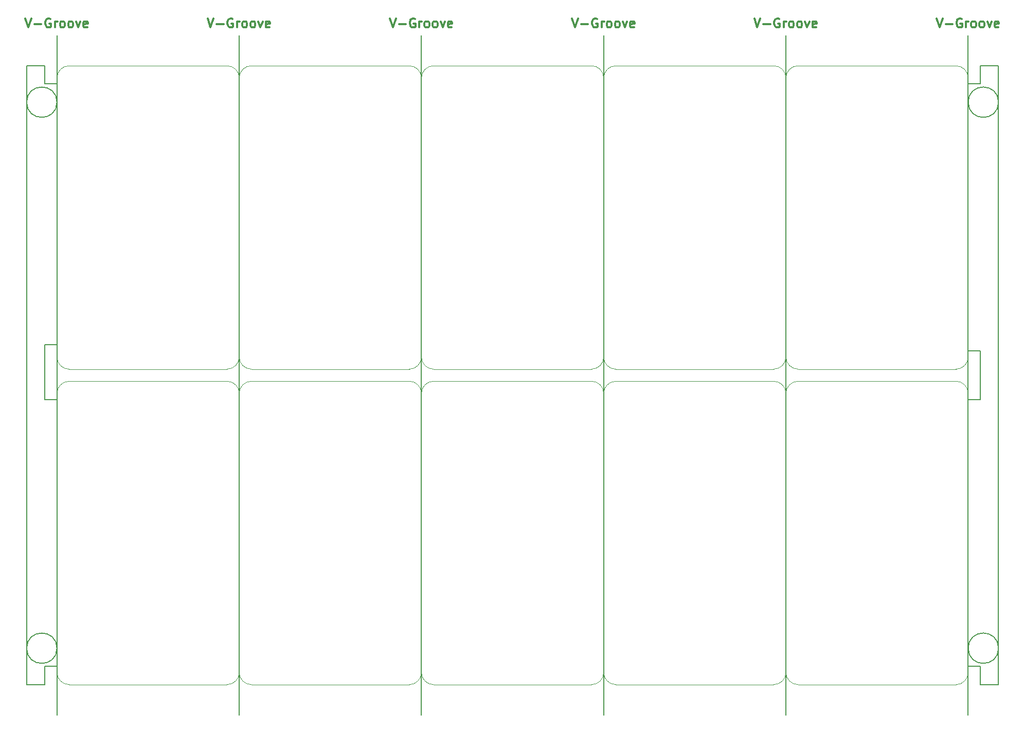
<source format=gbr>
G04 #@! TF.FileFunction,Other,Comment*
%FSLAX46Y46*%
G04 Gerber Fmt 4.6, Leading zero omitted, Abs format (unit mm)*
G04 Created by KiCad (PCBNEW 4.0.6-e0-6349~53~ubuntu16.04.1) date Tue Jun 20 10:06:01 2017*
%MOMM*%
%LPD*%
G01*
G04 APERTURE LIST*
%ADD10C,0.200000*%
%ADD11C,0.300000*%
%ADD12C,0.100000*%
%ADD13C,0.150000*%
G04 APERTURE END LIST*
D10*
D11*
X198785715Y-26178571D02*
X199285715Y-27678571D01*
X199785715Y-26178571D01*
X200285715Y-27107143D02*
X201428572Y-27107143D01*
X202928572Y-26250000D02*
X202785715Y-26178571D01*
X202571429Y-26178571D01*
X202357144Y-26250000D01*
X202214286Y-26392857D01*
X202142858Y-26535714D01*
X202071429Y-26821429D01*
X202071429Y-27035714D01*
X202142858Y-27321429D01*
X202214286Y-27464286D01*
X202357144Y-27607143D01*
X202571429Y-27678571D01*
X202714286Y-27678571D01*
X202928572Y-27607143D01*
X203000001Y-27535714D01*
X203000001Y-27035714D01*
X202714286Y-27035714D01*
X203642858Y-27678571D02*
X203642858Y-26678571D01*
X203642858Y-26964286D02*
X203714286Y-26821429D01*
X203785715Y-26750000D01*
X203928572Y-26678571D01*
X204071429Y-26678571D01*
X204785715Y-27678571D02*
X204642857Y-27607143D01*
X204571429Y-27535714D01*
X204500000Y-27392857D01*
X204500000Y-26964286D01*
X204571429Y-26821429D01*
X204642857Y-26750000D01*
X204785715Y-26678571D01*
X205000000Y-26678571D01*
X205142857Y-26750000D01*
X205214286Y-26821429D01*
X205285715Y-26964286D01*
X205285715Y-27392857D01*
X205214286Y-27535714D01*
X205142857Y-27607143D01*
X205000000Y-27678571D01*
X204785715Y-27678571D01*
X206142858Y-27678571D02*
X206000000Y-27607143D01*
X205928572Y-27535714D01*
X205857143Y-27392857D01*
X205857143Y-26964286D01*
X205928572Y-26821429D01*
X206000000Y-26750000D01*
X206142858Y-26678571D01*
X206357143Y-26678571D01*
X206500000Y-26750000D01*
X206571429Y-26821429D01*
X206642858Y-26964286D01*
X206642858Y-27392857D01*
X206571429Y-27535714D01*
X206500000Y-27607143D01*
X206357143Y-27678571D01*
X206142858Y-27678571D01*
X207142858Y-26678571D02*
X207500001Y-27678571D01*
X207857143Y-26678571D01*
X209000000Y-27607143D02*
X208857143Y-27678571D01*
X208571429Y-27678571D01*
X208428572Y-27607143D01*
X208357143Y-27464286D01*
X208357143Y-26892857D01*
X208428572Y-26750000D01*
X208571429Y-26678571D01*
X208857143Y-26678571D01*
X209000000Y-26750000D01*
X209071429Y-26892857D01*
X209071429Y-27035714D01*
X208357143Y-27178571D01*
X168785715Y-26178571D02*
X169285715Y-27678571D01*
X169785715Y-26178571D01*
X170285715Y-27107143D02*
X171428572Y-27107143D01*
X172928572Y-26250000D02*
X172785715Y-26178571D01*
X172571429Y-26178571D01*
X172357144Y-26250000D01*
X172214286Y-26392857D01*
X172142858Y-26535714D01*
X172071429Y-26821429D01*
X172071429Y-27035714D01*
X172142858Y-27321429D01*
X172214286Y-27464286D01*
X172357144Y-27607143D01*
X172571429Y-27678571D01*
X172714286Y-27678571D01*
X172928572Y-27607143D01*
X173000001Y-27535714D01*
X173000001Y-27035714D01*
X172714286Y-27035714D01*
X173642858Y-27678571D02*
X173642858Y-26678571D01*
X173642858Y-26964286D02*
X173714286Y-26821429D01*
X173785715Y-26750000D01*
X173928572Y-26678571D01*
X174071429Y-26678571D01*
X174785715Y-27678571D02*
X174642857Y-27607143D01*
X174571429Y-27535714D01*
X174500000Y-27392857D01*
X174500000Y-26964286D01*
X174571429Y-26821429D01*
X174642857Y-26750000D01*
X174785715Y-26678571D01*
X175000000Y-26678571D01*
X175142857Y-26750000D01*
X175214286Y-26821429D01*
X175285715Y-26964286D01*
X175285715Y-27392857D01*
X175214286Y-27535714D01*
X175142857Y-27607143D01*
X175000000Y-27678571D01*
X174785715Y-27678571D01*
X176142858Y-27678571D02*
X176000000Y-27607143D01*
X175928572Y-27535714D01*
X175857143Y-27392857D01*
X175857143Y-26964286D01*
X175928572Y-26821429D01*
X176000000Y-26750000D01*
X176142858Y-26678571D01*
X176357143Y-26678571D01*
X176500000Y-26750000D01*
X176571429Y-26821429D01*
X176642858Y-26964286D01*
X176642858Y-27392857D01*
X176571429Y-27535714D01*
X176500000Y-27607143D01*
X176357143Y-27678571D01*
X176142858Y-27678571D01*
X177142858Y-26678571D02*
X177500001Y-27678571D01*
X177857143Y-26678571D01*
X179000000Y-27607143D02*
X178857143Y-27678571D01*
X178571429Y-27678571D01*
X178428572Y-27607143D01*
X178357143Y-27464286D01*
X178357143Y-26892857D01*
X178428572Y-26750000D01*
X178571429Y-26678571D01*
X178857143Y-26678571D01*
X179000000Y-26750000D01*
X179071429Y-26892857D01*
X179071429Y-27035714D01*
X178357143Y-27178571D01*
X138785715Y-26178571D02*
X139285715Y-27678571D01*
X139785715Y-26178571D01*
X140285715Y-27107143D02*
X141428572Y-27107143D01*
X142928572Y-26250000D02*
X142785715Y-26178571D01*
X142571429Y-26178571D01*
X142357144Y-26250000D01*
X142214286Y-26392857D01*
X142142858Y-26535714D01*
X142071429Y-26821429D01*
X142071429Y-27035714D01*
X142142858Y-27321429D01*
X142214286Y-27464286D01*
X142357144Y-27607143D01*
X142571429Y-27678571D01*
X142714286Y-27678571D01*
X142928572Y-27607143D01*
X143000001Y-27535714D01*
X143000001Y-27035714D01*
X142714286Y-27035714D01*
X143642858Y-27678571D02*
X143642858Y-26678571D01*
X143642858Y-26964286D02*
X143714286Y-26821429D01*
X143785715Y-26750000D01*
X143928572Y-26678571D01*
X144071429Y-26678571D01*
X144785715Y-27678571D02*
X144642857Y-27607143D01*
X144571429Y-27535714D01*
X144500000Y-27392857D01*
X144500000Y-26964286D01*
X144571429Y-26821429D01*
X144642857Y-26750000D01*
X144785715Y-26678571D01*
X145000000Y-26678571D01*
X145142857Y-26750000D01*
X145214286Y-26821429D01*
X145285715Y-26964286D01*
X145285715Y-27392857D01*
X145214286Y-27535714D01*
X145142857Y-27607143D01*
X145000000Y-27678571D01*
X144785715Y-27678571D01*
X146142858Y-27678571D02*
X146000000Y-27607143D01*
X145928572Y-27535714D01*
X145857143Y-27392857D01*
X145857143Y-26964286D01*
X145928572Y-26821429D01*
X146000000Y-26750000D01*
X146142858Y-26678571D01*
X146357143Y-26678571D01*
X146500000Y-26750000D01*
X146571429Y-26821429D01*
X146642858Y-26964286D01*
X146642858Y-27392857D01*
X146571429Y-27535714D01*
X146500000Y-27607143D01*
X146357143Y-27678571D01*
X146142858Y-27678571D01*
X147142858Y-26678571D02*
X147500001Y-27678571D01*
X147857143Y-26678571D01*
X149000000Y-27607143D02*
X148857143Y-27678571D01*
X148571429Y-27678571D01*
X148428572Y-27607143D01*
X148357143Y-27464286D01*
X148357143Y-26892857D01*
X148428572Y-26750000D01*
X148571429Y-26678571D01*
X148857143Y-26678571D01*
X149000000Y-26750000D01*
X149071429Y-26892857D01*
X149071429Y-27035714D01*
X148357143Y-27178571D01*
X108785715Y-26178571D02*
X109285715Y-27678571D01*
X109785715Y-26178571D01*
X110285715Y-27107143D02*
X111428572Y-27107143D01*
X112928572Y-26250000D02*
X112785715Y-26178571D01*
X112571429Y-26178571D01*
X112357144Y-26250000D01*
X112214286Y-26392857D01*
X112142858Y-26535714D01*
X112071429Y-26821429D01*
X112071429Y-27035714D01*
X112142858Y-27321429D01*
X112214286Y-27464286D01*
X112357144Y-27607143D01*
X112571429Y-27678571D01*
X112714286Y-27678571D01*
X112928572Y-27607143D01*
X113000001Y-27535714D01*
X113000001Y-27035714D01*
X112714286Y-27035714D01*
X113642858Y-27678571D02*
X113642858Y-26678571D01*
X113642858Y-26964286D02*
X113714286Y-26821429D01*
X113785715Y-26750000D01*
X113928572Y-26678571D01*
X114071429Y-26678571D01*
X114785715Y-27678571D02*
X114642857Y-27607143D01*
X114571429Y-27535714D01*
X114500000Y-27392857D01*
X114500000Y-26964286D01*
X114571429Y-26821429D01*
X114642857Y-26750000D01*
X114785715Y-26678571D01*
X115000000Y-26678571D01*
X115142857Y-26750000D01*
X115214286Y-26821429D01*
X115285715Y-26964286D01*
X115285715Y-27392857D01*
X115214286Y-27535714D01*
X115142857Y-27607143D01*
X115000000Y-27678571D01*
X114785715Y-27678571D01*
X116142858Y-27678571D02*
X116000000Y-27607143D01*
X115928572Y-27535714D01*
X115857143Y-27392857D01*
X115857143Y-26964286D01*
X115928572Y-26821429D01*
X116000000Y-26750000D01*
X116142858Y-26678571D01*
X116357143Y-26678571D01*
X116500000Y-26750000D01*
X116571429Y-26821429D01*
X116642858Y-26964286D01*
X116642858Y-27392857D01*
X116571429Y-27535714D01*
X116500000Y-27607143D01*
X116357143Y-27678571D01*
X116142858Y-27678571D01*
X117142858Y-26678571D02*
X117500001Y-27678571D01*
X117857143Y-26678571D01*
X119000000Y-27607143D02*
X118857143Y-27678571D01*
X118571429Y-27678571D01*
X118428572Y-27607143D01*
X118357143Y-27464286D01*
X118357143Y-26892857D01*
X118428572Y-26750000D01*
X118571429Y-26678571D01*
X118857143Y-26678571D01*
X119000000Y-26750000D01*
X119071429Y-26892857D01*
X119071429Y-27035714D01*
X118357143Y-27178571D01*
X78785715Y-26178571D02*
X79285715Y-27678571D01*
X79785715Y-26178571D01*
X80285715Y-27107143D02*
X81428572Y-27107143D01*
X82928572Y-26250000D02*
X82785715Y-26178571D01*
X82571429Y-26178571D01*
X82357144Y-26250000D01*
X82214286Y-26392857D01*
X82142858Y-26535714D01*
X82071429Y-26821429D01*
X82071429Y-27035714D01*
X82142858Y-27321429D01*
X82214286Y-27464286D01*
X82357144Y-27607143D01*
X82571429Y-27678571D01*
X82714286Y-27678571D01*
X82928572Y-27607143D01*
X83000001Y-27535714D01*
X83000001Y-27035714D01*
X82714286Y-27035714D01*
X83642858Y-27678571D02*
X83642858Y-26678571D01*
X83642858Y-26964286D02*
X83714286Y-26821429D01*
X83785715Y-26750000D01*
X83928572Y-26678571D01*
X84071429Y-26678571D01*
X84785715Y-27678571D02*
X84642857Y-27607143D01*
X84571429Y-27535714D01*
X84500000Y-27392857D01*
X84500000Y-26964286D01*
X84571429Y-26821429D01*
X84642857Y-26750000D01*
X84785715Y-26678571D01*
X85000000Y-26678571D01*
X85142857Y-26750000D01*
X85214286Y-26821429D01*
X85285715Y-26964286D01*
X85285715Y-27392857D01*
X85214286Y-27535714D01*
X85142857Y-27607143D01*
X85000000Y-27678571D01*
X84785715Y-27678571D01*
X86142858Y-27678571D02*
X86000000Y-27607143D01*
X85928572Y-27535714D01*
X85857143Y-27392857D01*
X85857143Y-26964286D01*
X85928572Y-26821429D01*
X86000000Y-26750000D01*
X86142858Y-26678571D01*
X86357143Y-26678571D01*
X86500000Y-26750000D01*
X86571429Y-26821429D01*
X86642858Y-26964286D01*
X86642858Y-27392857D01*
X86571429Y-27535714D01*
X86500000Y-27607143D01*
X86357143Y-27678571D01*
X86142858Y-27678571D01*
X87142858Y-26678571D02*
X87500001Y-27678571D01*
X87857143Y-26678571D01*
X89000000Y-27607143D02*
X88857143Y-27678571D01*
X88571429Y-27678571D01*
X88428572Y-27607143D01*
X88357143Y-27464286D01*
X88357143Y-26892857D01*
X88428572Y-26750000D01*
X88571429Y-26678571D01*
X88857143Y-26678571D01*
X89000000Y-26750000D01*
X89071429Y-26892857D01*
X89071429Y-27035714D01*
X88357143Y-27178571D01*
X48785715Y-26178571D02*
X49285715Y-27678571D01*
X49785715Y-26178571D01*
X50285715Y-27107143D02*
X51428572Y-27107143D01*
X52928572Y-26250000D02*
X52785715Y-26178571D01*
X52571429Y-26178571D01*
X52357144Y-26250000D01*
X52214286Y-26392857D01*
X52142858Y-26535714D01*
X52071429Y-26821429D01*
X52071429Y-27035714D01*
X52142858Y-27321429D01*
X52214286Y-27464286D01*
X52357144Y-27607143D01*
X52571429Y-27678571D01*
X52714286Y-27678571D01*
X52928572Y-27607143D01*
X53000001Y-27535714D01*
X53000001Y-27035714D01*
X52714286Y-27035714D01*
X53642858Y-27678571D02*
X53642858Y-26678571D01*
X53642858Y-26964286D02*
X53714286Y-26821429D01*
X53785715Y-26750000D01*
X53928572Y-26678571D01*
X54071429Y-26678571D01*
X54785715Y-27678571D02*
X54642857Y-27607143D01*
X54571429Y-27535714D01*
X54500000Y-27392857D01*
X54500000Y-26964286D01*
X54571429Y-26821429D01*
X54642857Y-26750000D01*
X54785715Y-26678571D01*
X55000000Y-26678571D01*
X55142857Y-26750000D01*
X55214286Y-26821429D01*
X55285715Y-26964286D01*
X55285715Y-27392857D01*
X55214286Y-27535714D01*
X55142857Y-27607143D01*
X55000000Y-27678571D01*
X54785715Y-27678571D01*
X56142858Y-27678571D02*
X56000000Y-27607143D01*
X55928572Y-27535714D01*
X55857143Y-27392857D01*
X55857143Y-26964286D01*
X55928572Y-26821429D01*
X56000000Y-26750000D01*
X56142858Y-26678571D01*
X56357143Y-26678571D01*
X56500000Y-26750000D01*
X56571429Y-26821429D01*
X56642858Y-26964286D01*
X56642858Y-27392857D01*
X56571429Y-27535714D01*
X56500000Y-27607143D01*
X56357143Y-27678571D01*
X56142858Y-27678571D01*
X57142858Y-26678571D02*
X57500001Y-27678571D01*
X57857143Y-26678571D01*
X59000000Y-27607143D02*
X58857143Y-27678571D01*
X58571429Y-27678571D01*
X58428572Y-27607143D01*
X58357143Y-27464286D01*
X58357143Y-26892857D01*
X58428572Y-26750000D01*
X58571429Y-26678571D01*
X58857143Y-26678571D01*
X59000000Y-26750000D01*
X59071429Y-26892857D01*
X59071429Y-27035714D01*
X58357143Y-27178571D01*
D10*
X204000000Y-29000000D02*
X204000000Y-141000000D01*
X174000000Y-141000000D02*
X174000000Y-29000000D01*
X144000000Y-29000000D02*
X144000000Y-141000000D01*
X114000000Y-141000000D02*
X114000000Y-29000000D01*
X84000000Y-29000000D02*
X84000000Y-141000000D01*
X54000000Y-29000000D02*
X54000000Y-141000000D01*
X206000000Y-133000000D02*
X204000000Y-133000000D01*
X206000000Y-136000000D02*
X206000000Y-133000000D01*
X204000000Y-134000000D02*
X204000000Y-89000000D01*
X209000000Y-136000000D02*
X206000000Y-136000000D01*
D12*
X204000000Y-134000000D02*
X204000000Y-88000000D01*
X204000000Y-134000000D02*
X204000000Y-88000000D01*
X204000000Y-134000000D02*
X204000000Y-88000000D01*
X204000000Y-134000000D02*
X204000000Y-88000000D01*
X202000000Y-136000000D02*
G75*
G03X204000000Y-134000000I0J2000000D01*
G01*
X202000000Y-136000000D02*
G75*
G03X204000000Y-134000000I0J2000000D01*
G01*
X202000000Y-136000000D02*
G75*
G03X204000000Y-134000000I0J2000000D01*
G01*
X202000000Y-136000000D02*
G75*
G03X204000000Y-134000000I0J2000000D01*
G01*
D10*
X52000000Y-133000000D02*
X54000000Y-133000000D01*
X52000000Y-136000000D02*
X52000000Y-133000000D01*
X49000000Y-136000000D02*
X52000000Y-136000000D01*
X52000000Y-37000000D02*
X52000000Y-34000000D01*
X54000000Y-37000000D02*
X52000000Y-37000000D01*
X54000000Y-80000000D02*
X54000000Y-37000000D01*
X52000000Y-80000000D02*
X54000000Y-80000000D01*
X52000000Y-89000000D02*
X52000000Y-80000000D01*
X54000000Y-89000000D02*
X52000000Y-89000000D01*
X54000000Y-133000000D02*
X54000000Y-89000000D01*
X49000000Y-34000000D02*
X49000000Y-136000000D01*
X52000000Y-34000000D02*
X49000000Y-34000000D01*
X206000000Y-37000000D02*
X206000000Y-34000000D01*
X204000000Y-37000000D02*
X206000000Y-37000000D01*
X204000000Y-81000000D02*
X204000000Y-37000000D01*
X206000000Y-81000000D02*
X204000000Y-81000000D01*
X206000000Y-89000000D02*
X206000000Y-81000000D01*
X204000000Y-89000000D02*
X206000000Y-89000000D01*
X209000000Y-34000000D02*
X209000000Y-136000000D01*
X206000000Y-34000000D02*
X209000000Y-34000000D01*
D12*
X54000000Y-88000000D02*
X54000000Y-134000000D01*
X54000000Y-88000000D02*
X54000000Y-134000000D01*
X54000000Y-88000000D02*
X54000000Y-134000000D01*
X54000000Y-88000000D02*
X54000000Y-134000000D01*
X56000000Y-86000000D02*
G75*
G03X54000000Y-88000000I0J-2000000D01*
G01*
X56000000Y-86000000D02*
G75*
G03X54000000Y-88000000I0J-2000000D01*
G01*
X56000000Y-86000000D02*
G75*
G03X54000000Y-88000000I0J-2000000D01*
G01*
X56000000Y-86000000D02*
G75*
G03X54000000Y-88000000I0J-2000000D01*
G01*
X54000000Y-134000000D02*
G75*
G03X56000000Y-136000000I2000000J0D01*
G01*
X54000000Y-134000000D02*
G75*
G03X56000000Y-136000000I2000000J0D01*
G01*
X54000000Y-134000000D02*
G75*
G03X56000000Y-136000000I2000000J0D01*
G01*
X54000000Y-134000000D02*
G75*
G03X56000000Y-136000000I2000000J0D01*
G01*
X54000000Y-36000000D02*
X54000000Y-82000000D01*
X56000000Y-34000000D02*
G75*
G03X54000000Y-36000000I0J-2000000D01*
G01*
X54000000Y-82000000D02*
G75*
G03X56000000Y-84000000I2000000J0D01*
G01*
X54000000Y-82000000D02*
G75*
G03X56000000Y-84000000I2000000J0D01*
G01*
X56000000Y-34000000D02*
G75*
G03X54000000Y-36000000I0J-2000000D01*
G01*
X54000000Y-36000000D02*
X54000000Y-82000000D01*
X54000000Y-36000000D02*
X54000000Y-82000000D01*
X56000000Y-34000000D02*
G75*
G03X54000000Y-36000000I0J-2000000D01*
G01*
X54000000Y-82000000D02*
G75*
G03X56000000Y-84000000I2000000J0D01*
G01*
X54000000Y-82000000D02*
G75*
G03X56000000Y-84000000I2000000J0D01*
G01*
X56000000Y-34000000D02*
G75*
G03X54000000Y-36000000I0J-2000000D01*
G01*
X54000000Y-36000000D02*
X54000000Y-82000000D01*
X84000000Y-88000000D02*
X84000000Y-134000000D01*
X82000000Y-86000000D02*
X56000000Y-86000000D01*
X82000000Y-86000000D02*
X56000000Y-86000000D01*
X82000000Y-86000000D02*
X56000000Y-86000000D01*
X82000000Y-86000000D02*
X56000000Y-86000000D01*
X56000000Y-136000000D02*
X82000000Y-136000000D01*
X56000000Y-136000000D02*
X82000000Y-136000000D01*
X56000000Y-136000000D02*
X82000000Y-136000000D01*
X56000000Y-136000000D02*
X82000000Y-136000000D01*
X84000000Y-134000000D02*
X84000000Y-88000000D01*
X84000000Y-88000000D02*
X84000000Y-134000000D01*
X84000000Y-134000000D02*
X84000000Y-88000000D01*
X84000000Y-134000000D02*
X84000000Y-88000000D01*
X84000000Y-88000000D02*
X84000000Y-134000000D01*
X84000000Y-88000000D02*
G75*
G03X82000000Y-86000000I-2000000J0D01*
G01*
X86000000Y-86000000D02*
G75*
G03X84000000Y-88000000I0J-2000000D01*
G01*
X84000000Y-88000000D02*
G75*
G03X82000000Y-86000000I-2000000J0D01*
G01*
X86000000Y-86000000D02*
G75*
G03X84000000Y-88000000I0J-2000000D01*
G01*
X84000000Y-88000000D02*
G75*
G03X82000000Y-86000000I-2000000J0D01*
G01*
X84000000Y-88000000D02*
G75*
G03X82000000Y-86000000I-2000000J0D01*
G01*
X86000000Y-86000000D02*
G75*
G03X84000000Y-88000000I0J-2000000D01*
G01*
X174000000Y-134000000D02*
X174000000Y-88000000D01*
X174000000Y-88000000D02*
X174000000Y-134000000D01*
X174000000Y-88000000D02*
X174000000Y-134000000D01*
X176000000Y-86000000D02*
G75*
G03X174000000Y-88000000I0J-2000000D01*
G01*
X174000000Y-88000000D02*
G75*
G03X172000000Y-86000000I-2000000J0D01*
G01*
X176000000Y-86000000D02*
G75*
G03X174000000Y-88000000I0J-2000000D01*
G01*
X176000000Y-86000000D02*
G75*
G03X174000000Y-88000000I0J-2000000D01*
G01*
X174000000Y-88000000D02*
G75*
G03X172000000Y-86000000I-2000000J0D01*
G01*
X174000000Y-88000000D02*
G75*
G03X172000000Y-86000000I-2000000J0D01*
G01*
X176000000Y-86000000D02*
G75*
G03X174000000Y-88000000I0J-2000000D01*
G01*
X174000000Y-88000000D02*
G75*
G03X172000000Y-86000000I-2000000J0D01*
G01*
X174000000Y-88000000D02*
X174000000Y-134000000D01*
X174000000Y-134000000D02*
X174000000Y-88000000D01*
X174000000Y-134000000D02*
X174000000Y-88000000D01*
X174000000Y-88000000D02*
X174000000Y-134000000D01*
X174000000Y-134000000D02*
X174000000Y-88000000D01*
X176000000Y-136000000D02*
X202000000Y-136000000D01*
X176000000Y-136000000D02*
X202000000Y-136000000D01*
X176000000Y-136000000D02*
X202000000Y-136000000D01*
X176000000Y-136000000D02*
X202000000Y-136000000D01*
X174000000Y-134000000D02*
G75*
G03X176000000Y-136000000I2000000J0D01*
G01*
X172000000Y-136000000D02*
G75*
G03X174000000Y-134000000I0J2000000D01*
G01*
X174000000Y-134000000D02*
G75*
G03X176000000Y-136000000I2000000J0D01*
G01*
X174000000Y-134000000D02*
G75*
G03X176000000Y-136000000I2000000J0D01*
G01*
X172000000Y-136000000D02*
G75*
G03X174000000Y-134000000I0J2000000D01*
G01*
X172000000Y-136000000D02*
G75*
G03X174000000Y-134000000I0J2000000D01*
G01*
X174000000Y-134000000D02*
G75*
G03X176000000Y-136000000I2000000J0D01*
G01*
X172000000Y-136000000D02*
G75*
G03X174000000Y-134000000I0J2000000D01*
G01*
X202000000Y-86000000D02*
X176000000Y-86000000D01*
X204000000Y-88000000D02*
G75*
G03X202000000Y-86000000I-2000000J0D01*
G01*
X202000000Y-86000000D02*
X176000000Y-86000000D01*
X202000000Y-86000000D02*
X176000000Y-86000000D01*
X204000000Y-88000000D02*
G75*
G03X202000000Y-86000000I-2000000J0D01*
G01*
X204000000Y-88000000D02*
G75*
G03X202000000Y-86000000I-2000000J0D01*
G01*
X202000000Y-86000000D02*
X176000000Y-86000000D01*
X204000000Y-88000000D02*
G75*
G03X202000000Y-86000000I-2000000J0D01*
G01*
X112000000Y-86000000D02*
X86000000Y-86000000D01*
X86000000Y-86000000D02*
G75*
G03X84000000Y-88000000I0J-2000000D01*
G01*
X112000000Y-86000000D02*
X86000000Y-86000000D01*
X112000000Y-86000000D02*
X86000000Y-86000000D01*
X112000000Y-86000000D02*
X86000000Y-86000000D01*
X84000000Y-88000000D02*
X84000000Y-134000000D01*
X82000000Y-136000000D02*
G75*
G03X84000000Y-134000000I0J2000000D01*
G01*
X84000000Y-134000000D02*
G75*
G03X86000000Y-136000000I2000000J0D01*
G01*
X82000000Y-136000000D02*
G75*
G03X84000000Y-134000000I0J2000000D01*
G01*
X84000000Y-134000000D02*
G75*
G03X86000000Y-136000000I2000000J0D01*
G01*
X84000000Y-134000000D02*
X84000000Y-88000000D01*
X86000000Y-136000000D02*
X112000000Y-136000000D01*
X84000000Y-134000000D02*
G75*
G03X86000000Y-136000000I2000000J0D01*
G01*
X82000000Y-136000000D02*
G75*
G03X84000000Y-134000000I0J2000000D01*
G01*
X82000000Y-136000000D02*
G75*
G03X84000000Y-134000000I0J2000000D01*
G01*
X84000000Y-134000000D02*
G75*
G03X86000000Y-136000000I2000000J0D01*
G01*
X86000000Y-136000000D02*
X112000000Y-136000000D01*
X86000000Y-136000000D02*
X112000000Y-136000000D01*
X86000000Y-136000000D02*
X112000000Y-136000000D01*
X112000000Y-136000000D02*
G75*
G03X114000000Y-134000000I0J2000000D01*
G01*
X112000000Y-136000000D02*
G75*
G03X114000000Y-134000000I0J2000000D01*
G01*
X112000000Y-136000000D02*
G75*
G03X114000000Y-134000000I0J2000000D01*
G01*
X112000000Y-136000000D02*
G75*
G03X114000000Y-134000000I0J2000000D01*
G01*
X114000000Y-88000000D02*
G75*
G03X112000000Y-86000000I-2000000J0D01*
G01*
X114000000Y-88000000D02*
G75*
G03X112000000Y-86000000I-2000000J0D01*
G01*
X114000000Y-88000000D02*
G75*
G03X112000000Y-86000000I-2000000J0D01*
G01*
X114000000Y-88000000D02*
G75*
G03X112000000Y-86000000I-2000000J0D01*
G01*
X146000000Y-136000000D02*
X172000000Y-136000000D01*
X146000000Y-136000000D02*
X172000000Y-136000000D01*
X146000000Y-136000000D02*
X172000000Y-136000000D01*
X146000000Y-136000000D02*
X172000000Y-136000000D01*
X144000000Y-134000000D02*
G75*
G03X146000000Y-136000000I2000000J0D01*
G01*
X144000000Y-134000000D02*
G75*
G03X146000000Y-136000000I2000000J0D01*
G01*
X144000000Y-134000000D02*
G75*
G03X146000000Y-136000000I2000000J0D01*
G01*
X144000000Y-88000000D02*
X144000000Y-134000000D01*
X144000000Y-134000000D02*
X144000000Y-88000000D01*
X144000000Y-134000000D02*
X144000000Y-88000000D01*
X144000000Y-88000000D02*
X144000000Y-134000000D01*
X144000000Y-88000000D02*
X144000000Y-134000000D01*
X144000000Y-134000000D02*
X144000000Y-88000000D01*
X144000000Y-134000000D02*
X144000000Y-88000000D01*
X142000000Y-136000000D02*
G75*
G03X144000000Y-134000000I0J2000000D01*
G01*
X144000000Y-134000000D02*
G75*
G03X146000000Y-136000000I2000000J0D01*
G01*
X142000000Y-136000000D02*
G75*
G03X144000000Y-134000000I0J2000000D01*
G01*
X142000000Y-136000000D02*
G75*
G03X144000000Y-134000000I0J2000000D01*
G01*
X142000000Y-136000000D02*
G75*
G03X144000000Y-134000000I0J2000000D01*
G01*
X116000000Y-136000000D02*
X142000000Y-136000000D01*
X114000000Y-134000000D02*
G75*
G03X116000000Y-136000000I2000000J0D01*
G01*
X116000000Y-136000000D02*
X142000000Y-136000000D01*
X116000000Y-136000000D02*
X142000000Y-136000000D01*
X114000000Y-134000000D02*
G75*
G03X116000000Y-136000000I2000000J0D01*
G01*
X114000000Y-134000000D02*
G75*
G03X116000000Y-136000000I2000000J0D01*
G01*
X116000000Y-136000000D02*
X142000000Y-136000000D01*
X114000000Y-134000000D02*
G75*
G03X116000000Y-136000000I2000000J0D01*
G01*
X114000000Y-88000000D02*
X114000000Y-134000000D01*
X114000000Y-134000000D02*
X114000000Y-88000000D01*
X114000000Y-88000000D02*
X114000000Y-134000000D01*
X114000000Y-134000000D02*
X114000000Y-88000000D01*
X114000000Y-88000000D02*
X114000000Y-134000000D01*
X114000000Y-88000000D02*
X114000000Y-134000000D01*
X114000000Y-134000000D02*
X114000000Y-88000000D01*
X114000000Y-134000000D02*
X114000000Y-88000000D01*
X142000000Y-86000000D02*
X116000000Y-86000000D01*
X116000000Y-86000000D02*
G75*
G03X114000000Y-88000000I0J-2000000D01*
G01*
X116000000Y-86000000D02*
G75*
G03X114000000Y-88000000I0J-2000000D01*
G01*
X142000000Y-86000000D02*
X116000000Y-86000000D01*
X142000000Y-86000000D02*
X116000000Y-86000000D01*
X116000000Y-86000000D02*
G75*
G03X114000000Y-88000000I0J-2000000D01*
G01*
X142000000Y-86000000D02*
X116000000Y-86000000D01*
X116000000Y-86000000D02*
G75*
G03X114000000Y-88000000I0J-2000000D01*
G01*
X144000000Y-88000000D02*
G75*
G03X142000000Y-86000000I-2000000J0D01*
G01*
X144000000Y-88000000D02*
X144000000Y-134000000D01*
X144000000Y-88000000D02*
G75*
G03X142000000Y-86000000I-2000000J0D01*
G01*
X144000000Y-88000000D02*
G75*
G03X142000000Y-86000000I-2000000J0D01*
G01*
X144000000Y-88000000D02*
G75*
G03X142000000Y-86000000I-2000000J0D01*
G01*
X172000000Y-86000000D02*
X146000000Y-86000000D01*
X146000000Y-86000000D02*
G75*
G03X144000000Y-88000000I0J-2000000D01*
G01*
X172000000Y-86000000D02*
X146000000Y-86000000D01*
X172000000Y-86000000D02*
X146000000Y-86000000D01*
X146000000Y-86000000D02*
G75*
G03X144000000Y-88000000I0J-2000000D01*
G01*
X146000000Y-86000000D02*
G75*
G03X144000000Y-88000000I0J-2000000D01*
G01*
X172000000Y-86000000D02*
X146000000Y-86000000D01*
X146000000Y-86000000D02*
G75*
G03X144000000Y-88000000I0J-2000000D01*
G01*
X174000000Y-36000000D02*
X174000000Y-82000000D01*
X176000000Y-84000000D02*
X202000000Y-84000000D01*
X204000000Y-82000000D02*
X204000000Y-36000000D01*
X202000000Y-34000000D02*
X176000000Y-34000000D01*
X176000000Y-34000000D02*
G75*
G03X174000000Y-36000000I0J-2000000D01*
G01*
X204000000Y-36000000D02*
G75*
G03X202000000Y-34000000I-2000000J0D01*
G01*
X174000000Y-82000000D02*
G75*
G03X176000000Y-84000000I2000000J0D01*
G01*
X202000000Y-84000000D02*
G75*
G03X204000000Y-82000000I0J2000000D01*
G01*
X144000000Y-36000000D02*
X144000000Y-82000000D01*
X146000000Y-84000000D02*
X172000000Y-84000000D01*
X174000000Y-82000000D02*
X174000000Y-36000000D01*
X172000000Y-34000000D02*
X146000000Y-34000000D01*
X146000000Y-34000000D02*
G75*
G03X144000000Y-36000000I0J-2000000D01*
G01*
X174000000Y-36000000D02*
G75*
G03X172000000Y-34000000I-2000000J0D01*
G01*
X144000000Y-82000000D02*
G75*
G03X146000000Y-84000000I2000000J0D01*
G01*
X172000000Y-84000000D02*
G75*
G03X174000000Y-82000000I0J2000000D01*
G01*
X114000000Y-36000000D02*
X114000000Y-82000000D01*
X116000000Y-84000000D02*
X142000000Y-84000000D01*
X144000000Y-82000000D02*
X144000000Y-36000000D01*
X142000000Y-34000000D02*
X116000000Y-34000000D01*
X116000000Y-34000000D02*
G75*
G03X114000000Y-36000000I0J-2000000D01*
G01*
X144000000Y-36000000D02*
G75*
G03X142000000Y-34000000I-2000000J0D01*
G01*
X114000000Y-82000000D02*
G75*
G03X116000000Y-84000000I2000000J0D01*
G01*
X142000000Y-84000000D02*
G75*
G03X144000000Y-82000000I0J2000000D01*
G01*
X84000000Y-36000000D02*
X84000000Y-82000000D01*
X86000000Y-84000000D02*
X112000000Y-84000000D01*
X114000000Y-82000000D02*
X114000000Y-36000000D01*
X112000000Y-34000000D02*
X86000000Y-34000000D01*
X86000000Y-34000000D02*
G75*
G03X84000000Y-36000000I0J-2000000D01*
G01*
X114000000Y-36000000D02*
G75*
G03X112000000Y-34000000I-2000000J0D01*
G01*
X84000000Y-82000000D02*
G75*
G03X86000000Y-84000000I2000000J0D01*
G01*
X112000000Y-84000000D02*
G75*
G03X114000000Y-82000000I0J2000000D01*
G01*
X56000000Y-84000000D02*
X82000000Y-84000000D01*
X84000000Y-82000000D02*
X84000000Y-36000000D01*
X82000000Y-34000000D02*
X56000000Y-34000000D01*
X84000000Y-36000000D02*
G75*
G03X82000000Y-34000000I-2000000J0D01*
G01*
X82000000Y-84000000D02*
G75*
G03X84000000Y-82000000I0J2000000D01*
G01*
X82000000Y-84000000D02*
G75*
G03X84000000Y-82000000I0J2000000D01*
G01*
X84000000Y-36000000D02*
G75*
G03X82000000Y-34000000I-2000000J0D01*
G01*
X82000000Y-34000000D02*
X56000000Y-34000000D01*
X84000000Y-82000000D02*
X84000000Y-36000000D01*
X56000000Y-84000000D02*
X82000000Y-84000000D01*
X112000000Y-84000000D02*
G75*
G03X114000000Y-82000000I0J2000000D01*
G01*
X84000000Y-82000000D02*
G75*
G03X86000000Y-84000000I2000000J0D01*
G01*
X114000000Y-36000000D02*
G75*
G03X112000000Y-34000000I-2000000J0D01*
G01*
X86000000Y-34000000D02*
G75*
G03X84000000Y-36000000I0J-2000000D01*
G01*
X112000000Y-34000000D02*
X86000000Y-34000000D01*
X114000000Y-82000000D02*
X114000000Y-36000000D01*
X86000000Y-84000000D02*
X112000000Y-84000000D01*
X84000000Y-36000000D02*
X84000000Y-82000000D01*
X142000000Y-84000000D02*
G75*
G03X144000000Y-82000000I0J2000000D01*
G01*
X114000000Y-82000000D02*
G75*
G03X116000000Y-84000000I2000000J0D01*
G01*
X144000000Y-36000000D02*
G75*
G03X142000000Y-34000000I-2000000J0D01*
G01*
X116000000Y-34000000D02*
G75*
G03X114000000Y-36000000I0J-2000000D01*
G01*
X142000000Y-34000000D02*
X116000000Y-34000000D01*
X144000000Y-82000000D02*
X144000000Y-36000000D01*
X116000000Y-84000000D02*
X142000000Y-84000000D01*
X114000000Y-36000000D02*
X114000000Y-82000000D01*
X172000000Y-84000000D02*
G75*
G03X174000000Y-82000000I0J2000000D01*
G01*
X144000000Y-82000000D02*
G75*
G03X146000000Y-84000000I2000000J0D01*
G01*
X174000000Y-36000000D02*
G75*
G03X172000000Y-34000000I-2000000J0D01*
G01*
X146000000Y-34000000D02*
G75*
G03X144000000Y-36000000I0J-2000000D01*
G01*
X172000000Y-34000000D02*
X146000000Y-34000000D01*
X174000000Y-82000000D02*
X174000000Y-36000000D01*
X146000000Y-84000000D02*
X172000000Y-84000000D01*
X144000000Y-36000000D02*
X144000000Y-82000000D01*
X202000000Y-84000000D02*
G75*
G03X204000000Y-82000000I0J2000000D01*
G01*
X174000000Y-82000000D02*
G75*
G03X176000000Y-84000000I2000000J0D01*
G01*
X204000000Y-36000000D02*
G75*
G03X202000000Y-34000000I-2000000J0D01*
G01*
X176000000Y-34000000D02*
G75*
G03X174000000Y-36000000I0J-2000000D01*
G01*
X202000000Y-34000000D02*
X176000000Y-34000000D01*
X204000000Y-82000000D02*
X204000000Y-36000000D01*
X176000000Y-84000000D02*
X202000000Y-84000000D01*
X174000000Y-36000000D02*
X174000000Y-82000000D01*
X174000000Y-36000000D02*
X174000000Y-82000000D01*
X176000000Y-84000000D02*
X202000000Y-84000000D01*
X204000000Y-82000000D02*
X204000000Y-36000000D01*
X202000000Y-34000000D02*
X176000000Y-34000000D01*
X176000000Y-34000000D02*
G75*
G03X174000000Y-36000000I0J-2000000D01*
G01*
X204000000Y-36000000D02*
G75*
G03X202000000Y-34000000I-2000000J0D01*
G01*
X174000000Y-82000000D02*
G75*
G03X176000000Y-84000000I2000000J0D01*
G01*
X202000000Y-84000000D02*
G75*
G03X204000000Y-82000000I0J2000000D01*
G01*
X144000000Y-36000000D02*
X144000000Y-82000000D01*
X146000000Y-84000000D02*
X172000000Y-84000000D01*
X174000000Y-82000000D02*
X174000000Y-36000000D01*
X172000000Y-34000000D02*
X146000000Y-34000000D01*
X146000000Y-34000000D02*
G75*
G03X144000000Y-36000000I0J-2000000D01*
G01*
X174000000Y-36000000D02*
G75*
G03X172000000Y-34000000I-2000000J0D01*
G01*
X144000000Y-82000000D02*
G75*
G03X146000000Y-84000000I2000000J0D01*
G01*
X172000000Y-84000000D02*
G75*
G03X174000000Y-82000000I0J2000000D01*
G01*
X114000000Y-36000000D02*
X114000000Y-82000000D01*
X116000000Y-84000000D02*
X142000000Y-84000000D01*
X144000000Y-82000000D02*
X144000000Y-36000000D01*
X142000000Y-34000000D02*
X116000000Y-34000000D01*
X116000000Y-34000000D02*
G75*
G03X114000000Y-36000000I0J-2000000D01*
G01*
X144000000Y-36000000D02*
G75*
G03X142000000Y-34000000I-2000000J0D01*
G01*
X114000000Y-82000000D02*
G75*
G03X116000000Y-84000000I2000000J0D01*
G01*
X142000000Y-84000000D02*
G75*
G03X144000000Y-82000000I0J2000000D01*
G01*
X84000000Y-36000000D02*
X84000000Y-82000000D01*
X86000000Y-84000000D02*
X112000000Y-84000000D01*
X114000000Y-82000000D02*
X114000000Y-36000000D01*
X112000000Y-34000000D02*
X86000000Y-34000000D01*
X86000000Y-34000000D02*
G75*
G03X84000000Y-36000000I0J-2000000D01*
G01*
X114000000Y-36000000D02*
G75*
G03X112000000Y-34000000I-2000000J0D01*
G01*
X84000000Y-82000000D02*
G75*
G03X86000000Y-84000000I2000000J0D01*
G01*
X112000000Y-84000000D02*
G75*
G03X114000000Y-82000000I0J2000000D01*
G01*
X56000000Y-84000000D02*
X82000000Y-84000000D01*
X84000000Y-82000000D02*
X84000000Y-36000000D01*
X82000000Y-34000000D02*
X56000000Y-34000000D01*
X84000000Y-36000000D02*
G75*
G03X82000000Y-34000000I-2000000J0D01*
G01*
X82000000Y-84000000D02*
G75*
G03X84000000Y-82000000I0J2000000D01*
G01*
X82000000Y-84000000D02*
G75*
G03X84000000Y-82000000I0J2000000D01*
G01*
X84000000Y-36000000D02*
G75*
G03X82000000Y-34000000I-2000000J0D01*
G01*
X82000000Y-34000000D02*
X56000000Y-34000000D01*
X84000000Y-82000000D02*
X84000000Y-36000000D01*
X56000000Y-84000000D02*
X82000000Y-84000000D01*
X112000000Y-84000000D02*
G75*
G03X114000000Y-82000000I0J2000000D01*
G01*
X84000000Y-82000000D02*
G75*
G03X86000000Y-84000000I2000000J0D01*
G01*
X114000000Y-36000000D02*
G75*
G03X112000000Y-34000000I-2000000J0D01*
G01*
X86000000Y-34000000D02*
G75*
G03X84000000Y-36000000I0J-2000000D01*
G01*
X112000000Y-34000000D02*
X86000000Y-34000000D01*
X114000000Y-82000000D02*
X114000000Y-36000000D01*
X86000000Y-84000000D02*
X112000000Y-84000000D01*
X84000000Y-36000000D02*
X84000000Y-82000000D01*
X142000000Y-84000000D02*
G75*
G03X144000000Y-82000000I0J2000000D01*
G01*
X114000000Y-82000000D02*
G75*
G03X116000000Y-84000000I2000000J0D01*
G01*
X144000000Y-36000000D02*
G75*
G03X142000000Y-34000000I-2000000J0D01*
G01*
X116000000Y-34000000D02*
G75*
G03X114000000Y-36000000I0J-2000000D01*
G01*
X142000000Y-34000000D02*
X116000000Y-34000000D01*
X144000000Y-82000000D02*
X144000000Y-36000000D01*
X116000000Y-84000000D02*
X142000000Y-84000000D01*
X114000000Y-36000000D02*
X114000000Y-82000000D01*
X172000000Y-84000000D02*
G75*
G03X174000000Y-82000000I0J2000000D01*
G01*
X144000000Y-82000000D02*
G75*
G03X146000000Y-84000000I2000000J0D01*
G01*
X174000000Y-36000000D02*
G75*
G03X172000000Y-34000000I-2000000J0D01*
G01*
X146000000Y-34000000D02*
G75*
G03X144000000Y-36000000I0J-2000000D01*
G01*
X172000000Y-34000000D02*
X146000000Y-34000000D01*
X174000000Y-82000000D02*
X174000000Y-36000000D01*
X146000000Y-84000000D02*
X172000000Y-84000000D01*
X144000000Y-36000000D02*
X144000000Y-82000000D01*
X202000000Y-84000000D02*
G75*
G03X204000000Y-82000000I0J2000000D01*
G01*
X174000000Y-82000000D02*
G75*
G03X176000000Y-84000000I2000000J0D01*
G01*
X204000000Y-36000000D02*
G75*
G03X202000000Y-34000000I-2000000J0D01*
G01*
X176000000Y-34000000D02*
G75*
G03X174000000Y-36000000I0J-2000000D01*
G01*
X202000000Y-34000000D02*
X176000000Y-34000000D01*
X204000000Y-82000000D02*
X204000000Y-36000000D01*
X176000000Y-84000000D02*
X202000000Y-84000000D01*
X174000000Y-36000000D02*
X174000000Y-82000000D01*
D13*
X209000000Y-40000000D02*
G75*
G03X209000000Y-40000000I-2500000J0D01*
G01*
X209000000Y-40000000D02*
G75*
G03X209000000Y-40000000I-2500000J0D01*
G01*
X54000000Y-40000000D02*
G75*
G03X54000000Y-40000000I-2500000J0D01*
G01*
X54000000Y-130000000D02*
G75*
G03X54000000Y-130000000I-2500000J0D01*
G01*
X209000000Y-130000000D02*
G75*
G03X209000000Y-130000000I-2500000J0D01*
G01*
M02*

</source>
